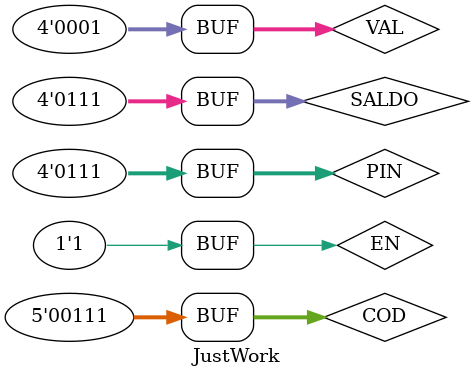
<source format=v>
`timescale 1ns / 1ps


module JustWork;

	// Inputs
	reg EN;
	reg [3:0] PIN;
	reg [4:0] COD;
	reg [3:0] VAL;
	reg [3:0] SALDO;

	// Outputs
	wire [3:0] VAL_OUT;
	wire [3:0] SALDO_OUT;
	wire [4:0] ECRA;
	wire PAR;

	// Instantiate the Unit Under Test (UUT)
	MB uut (
		.EN(EN), 
		.PIN(PIN), 
		.COD(COD), 
		.VAL(VAL), 
		.VAL_OUT(VAL_OUT), 
		.SALDO(SALDO), 
		.SALDO_OUT(SALDO_OUT), 
		.ECRA(ECRA), 
		.PAR(PAR)
	);

	initial begin
		// Initialize Inputs


		// Wait 100 ns for global reset to finish
		#100;
		
		EN = 1;
		PIN = 1111;
		COD = 11111;
		VAL =0001;
		SALDO = 1111;
		
        
		// Add stimulus here

	end
      
endmodule


</source>
